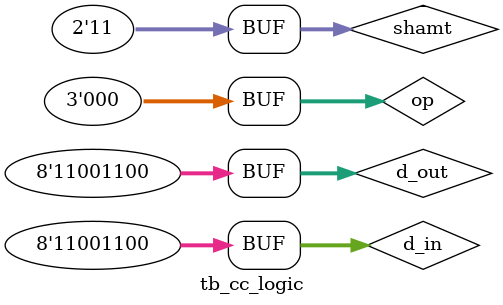
<source format=v>
`timescale 1ns/100ps

module tb_cc_logic;
	
	reg	[2:0]	op;
	reg	[1:0]	shamt;
	reg	[7:0]	d_in, d_out;
	wire	[7:0]	d_next;
	
	cc_logic test_cc_logic(.op(op), .shamt(shamt), .d_in(d_in), .d_out(d_out), .d_next(d_next));
	
	initial begin
		#0; op = 3'b000; shamt = 2'b00; d_in = 8'b0000_0000; d_out = 8'b0110_0000;	// d_next = 8'b0000_0000
		#5; op = 3'b001; d_in = 8'b0111_0111;													// d_next = 8'b0111_0111
		#5; op = 3'b010; shamt = 2'b11;															// d_next = 8'b0000_0000
		#5; op = 3'b011; shamt = 2'b01;															// d_next = 8'b0011_0000
		#5; op = 3'b100; d_in = 8'b1100_1100; shamt = 2'b10;								// d_next = 8'b0001_1000
		#5; d_out = 8'b1100_1100; shamt = 2'b11;												// d_next = 8'b1111_1001
		#5; op = 3'b000;																				// d_next = 8'b1100_1100
		#5;
		
	end	
	
endmodule

</source>
